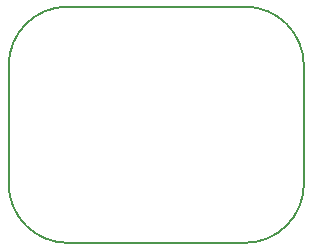
<source format=gbr>
G04 #@! TF.GenerationSoftware,KiCad,Pcbnew,(5.0.2)-1*
G04 #@! TF.CreationDate,2019-05-10T15:51:17-04:00*
G04 #@! TF.ProjectId,antenna,616e7465-6e6e-4612-9e6b-696361645f70,rev?*
G04 #@! TF.SameCoordinates,Original*
G04 #@! TF.FileFunction,Profile,NP*
%FSLAX46Y46*%
G04 Gerber Fmt 4.6, Leading zero omitted, Abs format (unit mm)*
G04 Created by KiCad (PCBNEW (5.0.2)-1) date 5/10/2019 3:51:17 PM*
%MOMM*%
%LPD*%
G01*
G04 APERTURE LIST*
%ADD10C,0.150000*%
%ADD11C,0.200000*%
G04 APERTURE END LIST*
D10*
X135000000Y-110000000D02*
X120000000Y-110000000D01*
X140000000Y-95000000D02*
X140000000Y-105000000D01*
D11*
X120000000Y-110000000D02*
G75*
G02X115000000Y-105000000I0J5000000D01*
G01*
X140000000Y-105000000D02*
G75*
G02X135000000Y-110000000I-5000000J0D01*
G01*
X135000000Y-90000000D02*
G75*
G02X140000000Y-95000000I0J-5000000D01*
G01*
X115000000Y-95000000D02*
G75*
G02X120000000Y-90000000I5000000J0D01*
G01*
D10*
X115000000Y-105000000D02*
X115000000Y-95000000D01*
X120000000Y-90000000D02*
X135000000Y-90000000D01*
M02*

</source>
